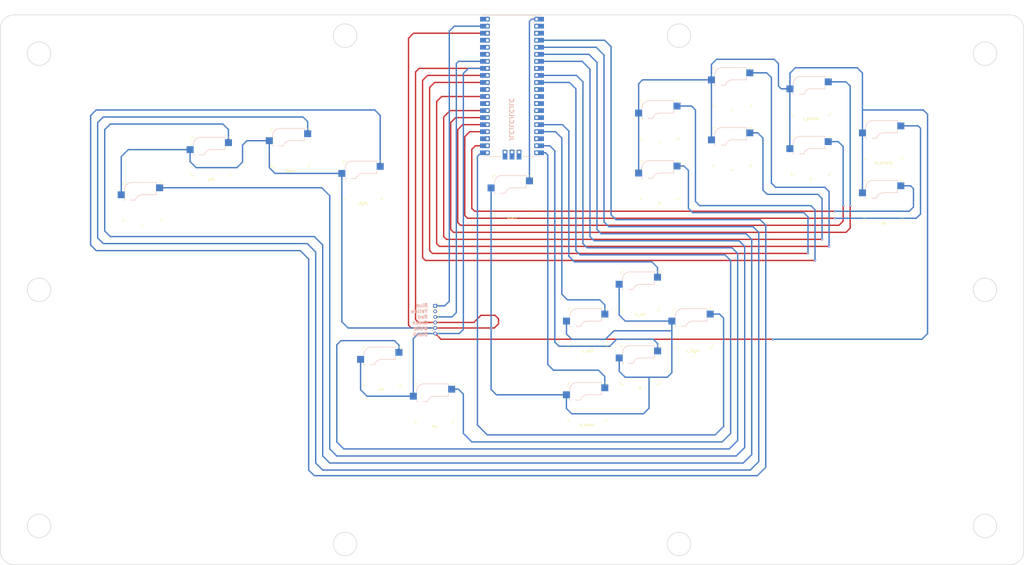
<source format=kicad_pcb>
(kicad_pcb (version 20221018) (generator pcbnew)
  (layers (0 "F.Cu" signal) (31 "B.Cu" signal) (34 "B.Paste" user) (35 "F.Paste" user) (36 "B.SilkS" user "B.Silkscreen") (37 "F.SilkS" user "F.Silkscreen") (38 "B.Mask" user) (39 "F.Mask" user) (44 "Edge.Cuts" user))
  (net 0 "")
  (net 1 "Net-(U1-GPIO0)")
  (net 2 "GND")
  (net 3 "Net-(U1-GPIO2)")
  (net 4 "Net-(U1-GPIO3)")
  (net 5 "Net-(U1-GPIO4)")
  (net 6 "Net-(U1-GPIO5)")
  (net 7 "Net-(U1-GPIO6)")
  (net 8 "Net-(U1-GPIO7)")
  (net 9 "Net-(U1-GPIO12)")
  (net 10 "Net-(U1-GPIO13)")
  (net 11 "Net-(U1-GPIO14)")
  (net 12 "Net-(U1-GPIO15)")
  (net 13 "Net-(U1-GPIO16)")
  (net 14 "Net-(U1-GPIO17)")
  (net 15 "Net-(U1-GPIO18)")
  (net 16 "Net-(U1-GPIO19)")
  (net 17 "Net-(U1-GPIO20)")
  (net 18 "Net-(U1-GPIO21)")
  (net 19 "Net-(U1-GPIO22)")
  (net 20 "Net-(U1-GPIO26_ADC0)")
  (net 21 "Net-(U1-GPIO27_ADC1)")
  (net 22 "Net-(J1-Pin_1)")
  (net 24 "Net-(J1-Pin_3)")
  (footprint "keyswitches:Kailh_socket_MX" (layer "F.Cu") (at 268.975 64.625)
    (fp_text reference "Button20" hide)
    (fp_text value "r")
  )
  (footprint "keyswitches:PinSocket_1x06_P2.00mm_Vertical" (layer "F.Cu") (at 187.96 131.7)
    (fp_text reference "J1" hide)
    (fp_text value "Conn_01x06_Socket")
  )
  (footprint "keyswitches:Kailh_socket_MX" (layer "F.Cu") (at 161.798 86.4108)
    (fp_text reference "Button2" hide)
    (fp_text value "right")
  )
  (footprint "keyswitches:Kailh_socket_MX" (layer "F.Cu") (at 323.596 77.47)
    (fp_text reference "Button15" hide)
    (fp_text value "z")
  )
  (footprint "keyswitches:Kailh_socket_MX" (layer "F.Cu") (at 168.5544 153.5684)
    (fp_text reference "Button6" hide)
    (fp_text value "mx")
  )
  (footprint "keyswitches:Kailh_socket_MX" (layer "F.Cu") (at 261.9756 153.0604)
    (fp_text reference "Button10" hide)
    (fp_text value "a")
  )
  (footprint "keyswitches:Kailh_socket_MX" (layer "F.Cu") (at 242.9256 139.7508)
    (fp_text reference "Button9" hide)
    (fp_text value "c_left")
  )
  (footprint "keyswitches:Kailh_socket_MX" (layer "F.Cu") (at 268.975 86.275)
    (fp_text reference "Button19" hide)
    (fp_text value "b")
  )
  (footprint "keyswitches:Kailh_socket_MX" (layer "F.Cu") (at 349.8088 93.4212)
    (fp_text reference "Button13" hide)
    (fp_text value "up")
  )
  (footprint "keyswitches:Kailh_socket_MX" (layer "F.Cu") (at 187.6044 166.878)
    (fp_text reference "Button7" hide)
    (fp_text value "my")
  )
  (footprint "keyswitches:Kailh_socket_MX" (layer "F.Cu") (at 323.6214 55.88)
    (fp_text reference "Button16" hide)
    (fp_text value "l_shield")
  )
  (footprint "keyswitches:Kailh_socket_MX" (layer "F.Cu") (at 261.9502 126.4412)
    (fp_text reference "Button8" hide)
    (fp_text value "c_up")
  )
  (footprint "keyswitches:Kailh_socket_MX" (layer "F.Cu") (at 349.8088 71.7804)
    (fp_text reference "Button14" hide)
    (fp_text value "m_shield")
  )
  (footprint "keyswitches:Kailh_socket_MX" (layer "F.Cu") (at 295.275 74.3)
    (fp_text reference "Button17" hide)
    (fp_text value "x")
  )
  (footprint "keyswitches:Kailh_socket_MX" (layer "F.Cu") (at 295.27 52.63)
    (fp_text reference "Button18" hide)
    (fp_text value "y")
  )
  (footprint "keyswitches:Kailh_socket_MX" (layer "F.Cu") (at 135.6 74.6)
    (fp_text reference "Button3" hide)
    (fp_text value "down")
  )
  (footprint "keyswitches:Kailh_socket_MX" (layer "F.Cu") (at 242.9002 166.37)
    (fp_text reference "Button11" hide)
    (fp_text value "c_down")
  )
  (footprint "keyswitches:Kailh_socket_MX" (layer "F.Cu") (at 106.9848 77.8256)
    (fp_text reference "Button4" hide)
    (fp_text value "left")
  )
  (footprint "keyswitches:Kailh_socket_MX" (layer "F.Cu") (at 215.6968 91.6432)
    (fp_text reference "Button1" hide)
    (fp_text value "start")
  )
  (footprint "keyswitches:Kailh_socket_MX" (layer "F.Cu") (at 82.1182 94.1324)
    (fp_text reference "Button5" hide)
    (fp_text value "l")
  )
  (footprint "keyswitches:Kailh_socket_MX" (layer "F.Cu") (at 280.9748 139.7508)
    (fp_text reference "Button12" hide)
    (fp_text value "c_right")
  )
  (footprint "MCU_RaspberryPi_and_Boards:RPi_Pico_SMD_TH" (layer "B.Cu") (at 215.69 52.2956 180)
    (fp_text reference "U1" hide)
    (fp_text value "Pico")
  )
  (gr_curve (pts (xy 151.801 31.847) (xy 151.396 32.483) (xy 151.144 33.292) (xy 151.147 34.112)) (stroke (width 0.2)) (layer "Edge.Cuts"))
  (gr_curve (pts (xy 272.39 215.447) (xy 271.985 216.083) (xy 271.733 216.892) (xy 271.736 217.712)) (stroke (width 0.2)) (layer "Edge.Cuts"))
  (gr_curve (pts (xy 49.121 125.912) (xy 49.122 125.301) (xy 48.985 124.6) (xy 48.631 123.93)) (stroke (width 0.2)) (layer "Edge.Cuts"))
  (gr_curve (pts (xy 272.39 31.847) (xy 271.985 32.483) (xy 271.733 33.292) (xy 271.736 34.112)) (stroke (width 0.2)) (layer "Edge.Cuts"))
  (gr_curve (pts (xy 388.637 207.532) (xy 387.929 207.119) (xy 387.102 206.933) (xy 386.349 206.965)) (stroke (width 0.2)) (layer "Edge.Cuts"))
  (gr_curve (pts (xy 34.029 26.966) (xy 33.413 27.209) (xy 32.822 27.59) (xy 32.335 28.079)) (stroke (width 0.2)) (layer "Edge.Cuts"))
  (gr_curve (pts (xy 388.637 214.893) (xy 389.349 214.486) (xy 389.923 213.863) (xy 390.272 213.194)) (stroke (width 0.2)) (layer "Edge.Cuts"))
  (gr_curve (pts (xy 48.631 123.93) (xy 48.282 123.262) (xy 47.708 122.639) (xy 46.996 122.232)) (stroke (width 0.2)) (layer "Edge.Cuts"))
  (gr_curve (pts (xy 155.234 29.865) (xy 154.477 29.894) (xy 153.801 30.125) (xy 153.272 30.432)) (stroke (width 0.2)) (layer "Edge.Cuts"))
  (gr_curve (pts (xy 151.801 219.977) (xy 152.204 220.619) (xy 152.742 221.088) (xy 153.272 221.393)) (stroke (width 0.2)) (layer "Edge.Cuts"))
  (gr_curve (pts (xy 41.275 38.347) (xy 40.87 38.983) (xy 40.618 39.792) (xy 40.621 40.612)) (stroke (width 0.2)) (layer "Edge.Cuts"))
  (gr_curve (pts (xy 48.631 209.23) (xy 48.282 208.562) (xy 47.708 207.939) (xy 46.996 207.532)) (stroke (width 0.2)) (layer "Edge.Cuts"))
  (gr_curve (pts (xy 44.708 44.859) (xy 45.461 44.892) (xy 46.288 44.706) (xy 46.996 44.293)) (stroke (width 0.2)) (layer "Edge.Cuts"))
  (gr_curve (pts (xy 384.387 207.532) (xy 383.857 207.836) (xy 383.319 208.306) (xy 382.916 208.947)) (stroke (width 0.2)) (layer "Edge.Cuts"))
  (gr_curve (pts (xy 390.272 127.894) (xy 390.626 127.224) (xy 390.763 126.523) (xy 390.762 125.912)) (stroke (width 0.2)) (layer "Edge.Cuts"))
  (gr_curve (pts (xy 382.262 125.912) (xy 382.259 126.732) (xy 382.511 127.541) (xy 382.916 128.177)) (stroke (width 0.2)) (layer "Edge.Cuts"))
  (gr_curve (pts (xy 40.621 40.612) (xy 40.618 41.432) (xy 40.87 42.241) (xy 41.275 42.877)) (stroke (width 0.2)) (layer "Edge.Cuts"))
  (gr_curve (pts (xy 386.349 215.459) (xy 387.102 215.492) (xy 387.929 215.306) (xy 388.637 214.893)) (stroke (width 0.2)) (layer "Edge.Cuts"))
  (gr_curve (pts (xy 153.272 37.793) (xy 153.801 38.099) (xy 154.477 38.33) (xy 155.234 38.359)) (stroke (width 0.2)) (layer "Edge.Cuts"))
  (gr_curve (pts (xy 390.272 38.63) (xy 389.923 37.962) (xy 389.349 37.339) (xy 388.637 36.932)) (stroke (width 0.2)) (layer "Edge.Cuts"))
  (gr_curve (pts (xy 34.029 224.858) (xy 34.644 225.102) (xy 35.28 225.21) (xy 35.868 225.209)) (stroke (width 0.2)) (layer "Edge.Cuts"))
  (gr_curve (pts (xy 384.387 214.893) (xy 384.916 215.199) (xy 385.591 215.43) (xy 386.349 215.459)) (stroke (width 0.2)) (layer "Edge.Cuts"))
  (gr_curve (pts (xy 382.916 38.347) (xy 382.511 38.983) (xy 382.259 39.792) (xy 382.262 40.612)) (stroke (width 0.2)) (layer "Edge.Cuts"))
  (gr_curve (pts (xy 271.736 34.112) (xy 271.733 34.932) (xy 271.985 35.741) (xy 272.39 36.377)) (stroke (width 0.2)) (layer "Edge.Cuts"))
  (gr_curve (pts (xy 35.871 26.612) (xy 395.512 26.612) (xy 395.512 26.612) (xy 395.512 26.612)) (stroke (width 0.2)) (layer "Edge.Cuts"))
  (gr_curve (pts (xy 159.157 32.13) (xy 158.808 31.462) (xy 158.234 30.839) (xy 157.522 30.432)) (stroke (width 0.2)) (layer "Edge.Cuts"))
  (gr_curve (pts (xy 32.335 223.745) (xy 32.822 224.234) (xy 33.413 224.616) (xy 34.029 224.858)) (stroke (width 0.2)) (layer "Edge.Cuts"))
  (gr_curve (pts (xy 390.762 125.912) (xy 390.763 125.301) (xy 390.626 124.6) (xy 390.272 123.93)) (stroke (width 0.2)) (layer "Edge.Cuts"))
  (gr_curve (pts (xy 49.121 40.612) (xy 49.122 40.001) (xy 48.985 39.3) (xy 48.631 38.63)) (stroke (width 0.2)) (layer "Edge.Cuts"))
  (gr_curve (pts (xy 390.272 123.93) (xy 389.923 123.262) (xy 389.349 122.639) (xy 388.637 122.232)) (stroke (width 0.2)) (layer "Edge.Cuts"))
  (gr_curve (pts (xy 384.387 44.293) (xy 384.916 44.599) (xy 385.591 44.83) (xy 386.349 44.859)) (stroke (width 0.2)) (layer "Edge.Cuts"))
  (gr_curve (pts (xy 30.871 31.612) (xy 30.871 220.212) (xy 30.871 220.212) (xy 30.871 220.212)) (stroke (width 0.2)) (layer "Edge.Cuts"))
  (gr_curve (pts (xy 275.823 213.465) (xy 275.065 213.494) (xy 274.39 213.725) (xy 273.861 214.032)) (stroke (width 0.2)) (layer "Edge.Cuts"))
  (gr_curve (pts (xy 384.387 36.932) (xy 383.857 37.236) (xy 383.319 37.706) (xy 382.916 38.347)) (stroke (width 0.2)) (layer "Edge.Cuts"))
  (gr_curve (pts (xy 46.996 44.293) (xy 47.708 43.886) (xy 48.282 43.263) (xy 48.631 42.594)) (stroke (width 0.2)) (layer "Edge.Cuts"))
  (gr_curve (pts (xy 31.222 222.051) (xy 31.464 222.667) (xy 31.846 223.258) (xy 32.335 223.745)) (stroke (width 0.2)) (layer "Edge.Cuts"))
  (gr_curve (pts (xy 48.631 127.894) (xy 48.985 127.224) (xy 49.122 126.523) (xy 49.121 125.912)) (stroke (width 0.2)) (layer "Edge.Cuts"))
  (gr_curve (pts (xy 273.861 37.793) (xy 274.39 38.099) (xy 275.065 38.33) (xy 275.823 38.359)) (stroke (width 0.2)) (layer "Edge.Cuts"))
  (gr_curve (pts (xy 400.158 222.051) (xy 400.402 221.436) (xy 400.51 220.8) (xy 400.509 220.212)) (stroke (width 0.2)) (layer "Edge.Cuts"))
  (gr_curve (pts (xy 278.111 221.393) (xy 278.823 220.986) (xy 279.397 220.363) (xy 279.746 219.694)) (stroke (width 0.2)) (layer "Edge.Cuts"))
  (gr_curve (pts (xy 41.275 42.877) (xy 41.678 43.519) (xy 42.216 43.988) (xy 42.746 44.293)) (stroke (width 0.2)) (layer "Edge.Cuts"))
  (gr_curve (pts (xy 40.621 125.912) (xy 40.618 126.732) (xy 40.87 127.541) (xy 41.275 128.177)) (stroke (width 0.2)) (layer "Edge.Cuts"))
  (gr_curve (pts (xy 279.746 36.094) (xy 280.1 35.424) (xy 280.237 34.723) (xy 280.236 34.112)) (stroke (width 0.2)) (layer "Edge.Cuts"))
  (gr_curve (pts (xy 382.916 42.877) (xy 383.319 43.519) (xy 383.857 43.988) (xy 384.387 44.293)) (stroke (width 0.2)) (layer "Edge.Cuts"))
  (gr_curve (pts (xy 400.512 31.612) (xy 400.512 220.212) (xy 400.512 220.212) (xy 400.512 220.212)) (stroke (width 0.2)) (layer "Edge.Cuts"))
  (gr_curve (pts (xy 386.349 121.665) (xy 385.591 121.694) (xy 384.916 121.925) (xy 384.387 122.232)) (stroke (width 0.2)) (layer "Edge.Cuts"))
  (gr_curve (pts (xy 384.387 129.593) (xy 384.916 129.899) (xy 385.591 130.13) (xy 386.349 130.159)) (stroke (width 0.2)) (layer "Edge.Cuts"))
  (gr_curve (pts (xy 155.234 213.465) (xy 154.477 213.494) (xy 153.801 213.725) (xy 153.272 214.032)) (stroke (width 0.2)) (layer "Edge.Cuts"))
  (gr_curve (pts (xy 278.111 30.432) (xy 277.403 30.019) (xy 276.576 29.833) (xy 275.823 29.865)) (stroke (width 0.2)) (layer "Edge.Cuts"))
  (gr_curve (pts (xy 388.637 36.932) (xy 387.929 36.519) (xy 387.102 36.333) (xy 386.349 36.365)) (stroke (width 0.2)) (layer "Edge.Cuts"))
  (gr_curve (pts (xy 386.349 44.859) (xy 387.102 44.892) (xy 387.929 44.706) (xy 388.637 44.293)) (stroke (width 0.2)) (layer "Edge.Cuts"))
  (gr_curve (pts (xy 399.045 223.745) (xy 399.534 223.258) (xy 399.916 222.667) (xy 400.158 222.051)) (stroke (width 0.2)) (layer "Edge.Cuts"))
  (gr_curve (pts (xy 44.708 206.965) (xy 43.951 206.994) (xy 43.275 207.225) (xy 42.746 207.532)) (stroke (width 0.2)) (layer "Edge.Cuts"))
  (gr_curve (pts (xy 151.147 34.112) (xy 151.144 34.932) (xy 151.396 35.741) (xy 151.801 36.377)) (stroke (width 0.2)) (layer "Edge.Cuts"))
  (gr_curve (pts (xy 390.762 211.212) (xy 390.763 210.601) (xy 390.626 209.9) (xy 390.272 209.23)) (stroke (width 0.2)) (layer "Edge.Cuts"))
  (gr_curve (pts (xy 35.871 225.212) (xy 395.512 225.212) (xy 395.512 225.212) (xy 395.512 225.212)) (stroke (width 0.2)) (layer "Edge.Cuts"))
  (gr_curve (pts (xy 386.349 130.159) (xy 387.102 130.192) (xy 387.929 130.006) (xy 388.637 129.593)) (stroke (width 0.2)) (layer "Edge.Cuts"))
  (gr_curve (pts (xy 42.746 44.293) (xy 43.275 44.599) (xy 43.951 44.83) (xy 44.708 44.859)) (stroke (width 0.2)) (layer "Edge.Cuts"))
  (gr_curve (pts (xy 275.823 221.959) (xy 276.576 221.992) (xy 277.403 221.806) (xy 278.111 221.393)) (stroke (width 0.2)) (layer "Edge.Cuts"))
  (gr_curve (pts (xy 159.647 217.712) (xy 159.648 217.101) (xy 159.511 216.4) (xy 159.157 215.73)) (stroke (width 0.2)) (layer "Edge.Cuts"))
  (gr_curve (pts (xy 397.355 26.966) (xy 396.739 26.722) (xy 396.104 26.615) (xy 395.515 26.615)) (stroke (width 0.2)) (layer "Edge.Cuts"))
  (gr_curve (pts (xy 41.275 128.177) (xy 41.678 128.819) (xy 42.216 129.288) (xy 42.746 129.593)) (stroke (width 0.2)) (layer "Edge.Cuts"))
  (gr_curve (pts (xy 44.708 36.365) (xy 43.951 36.394) (xy 43.275 36.625) (xy 42.746 36.932)) (stroke (width 0.2)) (layer "Edge.Cuts"))
  (gr_curve (pts (xy 41.275 208.947) (xy 40.87 209.583) (xy 40.618 210.392) (xy 40.621 211.212)) (stroke (width 0.2)) (layer "Edge.Cuts"))
  (gr_curve (pts (xy 279.746 32.13) (xy 279.397 31.462) (xy 278.823 30.839) (xy 278.111 30.432)) (stroke (width 0.2)) (layer "Edge.Cuts"))
  (gr_curve (pts (xy 153.272 214.032) (xy 152.742 214.336) (xy 152.204 214.806) (xy 151.801 215.447)) (stroke (width 0.2)) (layer "Edge.Cuts"))
  (gr_curve (pts (xy 382.262 40.612) (xy 382.259 41.432) (xy 382.511 42.241) (xy 382.916 42.877)) (stroke (width 0.2)) (layer "Edge.Cuts"))
  (gr_curve (pts (xy 278.111 37.793) (xy 278.823 37.386) (xy 279.397 36.763) (xy 279.746 36.094)) (stroke (width 0.2)) (layer "Edge.Cuts"))
  (gr_curve (pts (xy 390.272 213.194) (xy 390.626 212.524) (xy 390.763 211.823) (xy 390.762 211.212)) (stroke (width 0.2)) (layer "Edge.Cuts"))
  (gr_curve (pts (xy 390.272 42.594) (xy 390.626 41.924) (xy 390.763 41.223) (xy 390.762 40.612)) (stroke (width 0.2)) (layer "Edge.Cuts"))
  (gr_curve (pts (xy 159.157 36.094) (xy 159.511 35.424) (xy 159.648 34.723) (xy 159.647 34.112)) (stroke (width 0.2)) (layer "Edge.Cuts"))
  (gr_curve (pts (xy 151.801 215.447) (xy 151.396 216.083) (xy 151.144 216.892) (xy 151.147 217.712)) (stroke (width 0.2)) (layer "Edge.Cuts"))
  (gr_curve (pts (xy 397.351 224.858) (xy 397.967 224.616) (xy 398.558 224.234) (xy 399.045 223.745)) (stroke (width 0.2)) (layer "Edge.Cuts"))
  (gr_curve (pts (xy 155.234 221.959) (xy 155.987 221.992) (xy 156.814 221.806) (xy 157.522 221.393)) (stroke (width 0.2)) (layer "Edge.Cuts"))
  (gr_curve (pts (xy 151.801 36.377) (xy 152.204 37.019) (xy 152.742 37.488) (xy 153.272 37.793)) (stroke (width 0.2)) (layer "Edge.Cuts"))
  (gr_curve (pts (xy 42.746 36.932) (xy 42.216 37.236) (xy 41.678 37.706) (xy 41.275 38.347)) (stroke (width 0.2)) (layer "Edge.Cuts"))
  (gr_curve (pts (xy 46.996 36.932) (xy 46.288 36.519) (xy 45.461 36.333) (xy 44.708 36.365)) (stroke (width 0.2)) (layer "Edge.Cuts"))
  (gr_curve (pts (xy 271.736 217.712) (xy 271.733 218.532) (xy 271.985 219.341) (xy 272.39 219.977)) (stroke (width 0.2)) (layer "Edge.Cuts"))
  (gr_curve (pts (xy 48.631 42.594) (xy 48.985 41.924) (xy 49.122 41.223) (xy 49.121 40.612)) (stroke (width 0.2)) (layer "Edge.Cuts"))
  (gr_curve (pts (xy 46.996 129.593) (xy 47.708 129.186) (xy 48.282 128.563) (xy 48.631 127.894)) (stroke (width 0.2)) (layer "Edge.Cuts"))
  (gr_curve (pts (xy 280.236 217.712) (xy 280.237 217.101) (xy 280.1 216.4) (xy 279.746 215.73)) (stroke (width 0.2)) (layer "Edge.Cuts"))
  (gr_curve (pts (xy 400.161 29.773) (xy 399.919 29.158) (xy 399.538 28.566) (xy 399.049 28.079)) (stroke (width 0.2)) (layer "Edge.Cuts"))
  (gr_curve (pts (xy 32.335 28.079) (xy 31.846 28.566) (xy 31.464 29.158) (xy 31.222 29.773)) (stroke (width 0.2)) (layer "Edge.Cuts"))
  (gr_curve (pts (xy 151.147 217.712) (xy 151.144 218.532) (xy 151.396 219.341) (xy 151.801 219.977)) (stroke (width 0.2)) (layer "Edge.Cuts"))
  (gr_curve (pts (xy 159.157 219.694) (xy 159.511 219.024) (xy 159.648 218.323) (xy 159.647 217.712)) (stroke (width 0.2)) (layer "Edge.Cuts"))
  (gr_curve (pts (xy 157.522 214.032) (xy 156.814 213.619) (xy 155.987 213.433) (xy 155.234 213.465)) (stroke (width 0.2)) (layer "Edge.Cuts"))
  (gr_curve (pts (xy 159.647 34.112) (xy 159.648 33.501) (xy 159.511 32.8) (xy 159.157 32.13)) (stroke (width 0.2)) (layer "Edge.Cuts"))
  (gr_curve (pts (xy 278.111 214.032) (xy 277.403 213.619) (xy 276.576 213.433) (xy 275.823 213.465)) (stroke (width 0.2)) (layer "Edge.Cuts"))
  (gr_curve (pts (xy 44.708 121.665) (xy 43.951 121.694) (xy 43.275 121.925) (xy 42.746 122.232)) (stroke (width 0.2)) (layer "Edge.Cuts"))
  (gr_curve (pts (xy 46.996 122.232) (xy 46.288 121.819) (xy 45.461 121.633) (xy 44.708 121.665)) (stroke (width 0.2)) (layer "Edge.Cuts"))
  (gr_curve (pts (xy 157.522 30.432) (xy 156.814 30.019) (xy 155.987 29.833) (xy 155.234 29.865)) (stroke (width 0.2)) (layer "Edge.Cuts"))
  (gr_curve (pts (xy 42.746 122.232) (xy 42.216 122.536) (xy 41.678 123.006) (xy 41.275 123.647)) (stroke (width 0.2)) (layer "Edge.Cuts"))
  (gr_curve (pts (xy 382.262 211.212) (xy 382.259 212.032) (xy 382.511 212.841) (xy 382.916 213.477)) (stroke (width 0.2)) (layer "Edge.Cuts"))
  (gr_curve (pts (xy 382.916 128.177) (xy 383.319 128.819) (xy 383.857 129.288) (xy 384.387 129.593)) (stroke (width 0.2)) (layer "Edge.Cuts"))
  (gr_curve (pts (xy 275.823 38.359) (xy 276.576 38.392) (xy 277.403 38.206) (xy 278.111 37.793)) (stroke (width 0.2)) (layer "Edge.Cuts"))
  (gr_curve (pts (xy 30.871 220.212) (xy 30.87 220.8) (xy 30.978 221.436) (xy 31.222 222.051)) (stroke (width 0.2)) (layer "Edge.Cuts"))
  (gr_curve (pts (xy 388.637 122.232) (xy 387.929 121.819) (xy 387.102 121.633) (xy 386.349 121.665)) (stroke (width 0.2)) (layer "Edge.Cuts"))
  (gr_curve (pts (xy 42.746 129.593) (xy 43.275 129.899) (xy 43.951 130.13) (xy 44.708 130.159)) (stroke (width 0.2)) (layer "Edge.Cuts"))
  (gr_curve (pts (xy 279.746 215.73) (xy 279.397 215.062) (xy 278.823 214.439) (xy 278.111 214.032)) (stroke (width 0.2)) (layer "Edge.Cuts"))
  (gr_curve (pts (xy 399.049 28.079) (xy 398.561 27.59) (xy 397.97 27.209) (xy 397.355 26.966)) (stroke (width 0.2)) (layer "Edge.Cuts"))
  (gr_curve (pts (xy 382.916 208.947) (xy 382.511 209.583) (xy 382.259 210.392) (xy 382.262 211.212)) (stroke (width 0.2)) (layer "Edge.Cuts"))
  (gr_curve (pts (xy 273.861 221.393) (xy 274.39 221.699) (xy 275.065 221.93) (xy 275.823 221.959)) (stroke (width 0.2)) (layer "Edge.Cuts"))
  (gr_curve (pts (xy 41.275 213.477) (xy 41.678 214.119) (xy 42.216 214.588) (xy 42.746 214.893)) (stroke (width 0.2)) (layer "Edge.Cuts"))
  (gr_curve (pts (xy 46.996 214.893) (xy 47.708 214.486) (xy 48.282 213.863) (xy 48.631 213.194)) (stroke (width 0.2)) (layer "Edge.Cuts"))
  (gr_curve (pts (xy 157.522 37.793) (xy 158.234 37.386) (xy 158.808 36.763) (xy 159.157 36.094)) (stroke (width 0.2)) (layer "Edge.Cuts"))
  (gr_curve (pts (xy 390.762 40.612) (xy 390.763 40.001) (xy 390.626 39.3) (xy 390.272 38.63)) (stroke (width 0.2)) (layer "Edge.Cuts"))
  (gr_curve (pts (xy 386.349 206.965) (xy 385.591 206.994) (xy 384.916 207.225) (xy 384.387 207.532)) (stroke (width 0.2)) (layer "Edge.Cuts"))
  (gr_curve (pts (xy 400.512 31.612) (xy 400.513 31.024) (xy 400.406 30.389) (xy 400.161 29.773)) (stroke (width 0.2)) (layer "Edge.Cuts"))
  (gr_curve (pts (xy 35.868 26.615) (xy 35.28 26.615) (xy 34.644 26.722) (xy 34.029 26.966)) (stroke (width 0.2)) (layer "Edge.Cuts"))
  (gr_curve (pts (xy 390.272 209.23) (xy 389.923 208.562) (xy 389.349 207.939) (xy 388.637 207.532)) (stroke (width 0.2)) (layer "Edge.Cuts"))
  (gr_curve (pts (xy 275.823 29.865) (xy 275.065 29.894) (xy 274.39 30.125) (xy 273.861 30.432)) (stroke (width 0.2)) (layer "Edge.Cuts"))
  (gr_curve (pts (xy 272.39 36.377) (xy 272.793 37.019) (xy 273.331 37.488) (xy 273.861 37.793)) (stroke (width 0.2)) (layer "Edge.Cuts"))
  (gr_curve (pts (xy 48.631 213.194) (xy 48.985 212.524) (xy 49.122 211.823) (xy 49.121 211.212)) (stroke (width 0.2)) (layer "Edge.Cuts"))
  (gr_curve (pts (xy 273.861 214.032) (xy 273.331 214.336) (xy 272.793 214.806) (xy 272.39 215.447)) (stroke (width 0.2)) (layer "Edge.Cuts"))
  (gr_curve (pts (xy 382.916 213.477) (xy 383.319 214.119) (xy 383.857 214.588) (xy 384.387 214.893)) (stroke (width 0.2)) (layer "Edge.Cuts"))
  (gr_curve (pts (xy 388.637 129.593) (xy 389.349 129.186) (xy 389.923 128.563) (xy 390.272 127.894)) (stroke (width 0.2)) (layer "Edge.Cuts"))
  (gr_curve (pts (xy 42.746 207.532) (xy 42.216 207.836) (xy 41.678 208.306) (xy 41.275 208.947)) (stroke (width 0.2)) (layer "Edge.Cuts"))
  (gr_curve (pts (xy 395.512 225.209) (xy 396.1 225.21) (xy 396.736 225.102) (xy 397.351 224.858)) (stroke (width 0.2)) (layer "Edge.Cuts"))
  (gr_curve (pts (xy 388.637 44.293) (xy 389.349 43.886) (xy 389.923 43.263) (xy 390.272 42.594)) (stroke (width 0.2)) (layer "Edge.Cuts"))
  (gr_curve (pts (xy 159.157 215.73) (xy 158.808 215.062) (xy 158.234 214.439) (xy 157.522 214.032)) (stroke (width 0.2)) (layer "Edge.Cuts"))
  (gr_curve (pts (xy 155.234 38.359) (xy 155.987 38.392) (xy 156.814 38.206) (xy 157.522 37.793)) (stroke (width 0.2)) (layer "Edge.Cuts"))
  (gr_curve (pts (xy 42.746 214.893) (xy 43.275 215.199) (xy 43.951 215.43) (xy 44.708 215.459)) (stroke (width 0.2)) (layer "Edge.Cuts"))
  (gr_curve (pts (xy 44.708 215.459) (xy 45.461 215.492) (xy 46.288 215.306) (xy 46.996 214.893)) (stroke (width 0.2)) (layer "Edge.Cuts"))
  (gr_curve (pts (xy 44.708 130.159) (xy 45.461 130.192) (xy 46.288 130.006) (xy 46.996 129.593)) (stroke (width 0.2)) (layer "Edge.Cuts"))
  (gr_curve (pts (xy 272.39 219.977) (xy 272.793 220.619) (xy 273.331 221.088) (xy 273.861 221.393)) (stroke (width 0.2)) (layer "Edge.Cuts"))
  (gr_curve (pts (xy 279.746 219.694) (xy 280.1 219.024) (xy 280.237 218.323) (xy 280.236 217.712)) (stroke (width 0.2)) (layer "Edge.Cuts"))
  (gr_curve (pts (xy 40.621 211.212) (xy 40.618 212.032) (xy 40.87 212.841) (xy 41.275 213.477)) (stroke (width 0.2)) (layer "Edge.Cuts"))
  (gr_curve (pts (xy 41.275 123.647) (xy 40.87 124.283) (xy 40.618 125.092) (xy 40.621 125.912)) (stroke (width 0.2)) (layer "Edge.Cuts"))
  (gr_curve (pts (xy 153.272 221.393) (xy 153.801 221.699) (xy 154.477 221.93) (xy 155.234 221.959)) (stroke (width 0.2)) (layer "Edge.Cuts"))
  (gr_curve (pts (xy 48.631 38.63) (xy 48.282 37.962) (xy 47.708 37.339) (xy 46.996 36.932)) (stroke (width 0.2)) (layer "Edge.Cuts"))
  (gr_curve (pts (xy 31.222 29.773) (xy 30.978 30.389) (xy 30.87 31.024) (xy 30.871 31.612)) (stroke (width 0.2)) (layer "Edge.Cuts"))
  (gr_curve (pts (xy 386.349 36.365) (xy 385.591 36.394) (xy 384.916 36.625) (xy 384.387 36.932)) (stroke (width 0.2)) (layer "Edge.Cuts"))
  (gr_curve (pts (xy 46.996 207.532) (xy 46.288 207.119) (xy 45.461 206.933) (xy 44.708 206.965)) (stroke (width 0.2)) (layer "Edge.Cuts"))
  (gr_curve (pts (xy 384.387 122.232) (xy 383.857 122.536) (xy 383.319 123.006) (xy 382.916 123.647)) (stroke (width 0.2)) (layer "Edge.Cuts"))
  (gr_curve (pts (xy 153.272 30.432) (xy 152.742 30.736) (xy 152.204 31.206) (xy 151.801 31.847)) (stroke (width 0.2)) (layer "Edge.Cuts"))
  (gr_curve (pts (xy 273.861 30.432) (xy 273.331 30.736) (xy 272.793 31.206) (xy 272.39 31.847)) (stroke (width 0.2)) (layer "Edge.Cuts"))
  (gr_curve (pts (xy 157.522 221.393) (xy 158.234 220.986) (xy 158.808 220.363) (xy 159.157 219.694)) (stroke (width 0.2)) (layer "Edge.Cuts"))
  (gr_curve (pts (xy 382.916 123.647) (xy 382.511 124.283) (xy 382.259 125.092) (xy 382.262 125.912)) (stroke (width 0.2)) (layer "Edge.Cuts"))
  (gr_curve (pts (xy 280.236 34.112) (xy 280.237 33.501) (xy 280.1 32.8) (xy 279.746 32.13)) (stroke (width 0.2)) (layer "Edge.Cuts"))
  (gr_curve (pts (xy 49.121 211.212) (xy 49.122 210.601) (xy 48.985 209.9) (xy 48.631 209.23)) (stroke (width 0.2)) (layer "Edge.Cuts"))
  (gr_text "JLCJLCJLCJLC" (at 214.63 72.39 270) (layer "B.SilkS") (effects (font (size 1.5 1.5) (thickness 0.3) bold) (justify left bottom mirror)))
  (gr_text "Blue\nYellow\nRed\nGreen\nWhite\nBlack" (at 185.42 142.748) (layer "B.SilkS") (effects (font (size 1.3 1.3) (thickness 0.3) bold) (justify left bottom mirror)))
  (segment (start 221.9868 86.5632) (end 221.9868 28.9652) (width 0.5) (layer "B.Cu") (net 1))
  (segment (start 224.58 28.1656) (end 222.7864 28.1656) (width 0.5) (layer "B.Cu") (net 1))
  (segment (start 222.7864 28.1656) (end 221.9868 28.9652) (width 0.5) (layer "B.Cu") (net 1))
  (segment (start 180.1144 33.2456) (end 178.308 35.052) (width 0.5) (layer "F.Cu") (net 2))
  (segment (start 209.55 135.128) (end 204.47 135.128) (width 0.5) (layer "F.Cu") (net 2))
  (segment (start 210.82 136.398) (end 209.55 135.128) (width 0.5) (layer "F.Cu") (net 2))
  (segment (start 180.848 136.652) (end 180.848 47.244) (width 0.5) (layer "F.Cu") (net 2))
  (segment (start 190.024 143.764) (end 190.5 143.764) (width 0.5) (layer "F.Cu") (net 2))
  (segment (start 178.308 138.684) (end 178.308 35.052) (width 0.5) (layer "F.Cu") (net 2))
  (segment (start 208.1368 139.7) (end 209.296 139.7) (width 0.5) (layer "F.Cu") (net 2))
  (segment (start 187.96 139.7) (end 208.1368 139.7) (width 0.5) (layer "F.Cu") (net 2))
  (segment (start 181.896 137.7) (end 180.848 136.652) (width 0.5) (layer "F.Cu") (net 2))
  (segment (start 187.96 139.7) (end 179.324 139.7) (width 0.5) (layer "F.Cu") (net 2))
  (segment (start 187.96 137.7) (end 181.896 137.7) (width 0.5) (layer "F.Cu") (net 2))
  (segment (start 187.96 141.7) (end 190.024 143.764) (width 0.5) (layer "F.Cu") (net 2))
  (segment (start 206.8 33.2456) (end 180.1144 33.2456) (width 0.5) (layer "F.Cu") (net 2))
  (segment (start 210.82 138.176) (end 210.82 136.398) (width 0.5) (layer "F.Cu") (net 2))
  (segment (start 201.898 137.7) (end 187.96 137.7) (width 0.5) (layer "F.Cu") (net 2))
  (segment (start 206.8 45.9456) (end 182.1464 45.9456) (width 0.5) (layer "F.Cu") (net 2))
  (segment (start 179.324 139.7) (end 178.308 138.684) (width 0.5) (layer "F.Cu") (net 2))
  (segment (start 204.47 135.128) (end 201.898 137.7) (width 0.5) (layer "F.Cu") (net 2))
  (segment (start 182.1464 45.9456) (end 180.848 47.244) (width 0.5) (layer "F.Cu") (net 2))
  (segment (start 209.296 139.7) (end 210.82 138.176) (width 0.5) (layer "F.Cu") (net 2))
  (segment (start 190.5 143.764) (end 309.88 143.764) (width 0.5) (layer "F.Cu") (net 2))
  (via (at 309.88 143.764) (size 0.8) (drill 0.4) (layers "F.Cu" "B.Cu") (net 2))
  (via (at 208.1368 139.7) (size 0.8) (drill 0.4) (layers "F.Cu" "B.Cu") (net 2))
  (segment (start 180.0444 143.5516) (end 181.896 141.7) (width 0.5) (layer "B.Cu") (net 2))
  (segment (start 265.176 157.48) (end 271.78 157.48) (width 0.5) (layer "B.Cu") (net 2))
  (segment (start 208.1368 161.9088) (end 210.058 163.83) (width 0.5) (layer "B.Cu") (net 2))
  (segment (start 210.058 163.83) (end 235.3402 163.83) (width 0.5) (layer "B.Cu") (net 2))
  (segment (start 273.4148 137.2108) (end 256.5908 137.2108) (width 0.5) (layer "B.Cu") (net 2))
  (segment (start 198.12 47.752) (end 199.9264 45.9456) (width 0.5) (layer "B.Cu") (net 2))
  (segment (start 273.4148 155.8452) (end 273.4148 140.716) (width 0.5) (layer "B.Cu") (net 2))
  (segment (start 311.912 52.324) (end 312.928 53.34) (width 0.5) (layer "B.Cu") (net 2))
  (segment (start 312.928 53.34) (end 316.0614 53.34) (width 0.5) (layer "B.Cu") (net 2))
  (segment (start 235.3656 137.2108) (end 235.3656 141.8936) (width 0.5) (layer "B.Cu") (net 2))
  (segment (start 316.0614 47.6666) (end 316.0614 53.34) (width 0.5) (layer "B.Cu") (net 2))
  (segment (start 154.238 137.474) (end 156.464 139.7) (width 0.5) (layer "B.Cu") (net 2))
  (segment (start 118.364 73.66) (end 119.964 72.06) (width 0.5) (layer "B.Cu") (net 2))
  (segment (start 196.628 141.7) (end 198.12 140.208) (width 0.5) (layer "B.Cu") (net 2))
  (segment (start 198.12 140.208) (end 198.12 47.752) (width 0.5) (layer "B.Cu") (net 2))
  (segment (start 262.838 50.09) (end 287.71 50.09) (width 0.5) (layer "B.Cu") (net 2))
  (segment (start 74.5582 77.8418) (end 77.1144 75.2856) (width 0.5) (layer "B.Cu") (net 2))
  (segment (start 364.236 60.96) (end 342.2488 60.96) (width 0.5) (layer "B.Cu") (net 2))
  (segment (start 342.2488 47.6088) (end 340.36 45.72) (width 0.5) (layer "B.Cu") (net 2))
  (segment (start 208.1368 139.7) (end 208.1368 161.9088) (width 0.5) (layer "B.Cu") (net 2))
  (segment (start 128.04 72.06) (end 128.04 81.812) (width 0.5) (layer "B.Cu") (net 2))
  (segment (start 363.728 143.764) (end 365.76 141.732) (width 0.5) (layer "B.Cu") (net 2))
  (segment (start 311.912 44.196) (end 311.912 52.324) (width 0.5) (layer "B.Cu") (net 2))
  (segment (start 261.415 83.735) (end 261.415 62.085) (width 0.5) (layer "B.Cu") (net 2))
  (segment (start 99.4248 75.2856) (end 99.4248 79.6128) (width 0.5) (layer "B.Cu") (net 2))
  (segment (start 154.238 83.8708) (end 154.238 137.474) (width 0.5) (layer "B.Cu") (net 2))
  (segment (start 309.88 143.764) (end 363.728 143.764) (width 0.5) (layer "B.Cu") (net 2))
  (segment (start 237.236 170.688) (end 263.144 170.688) (width 0.5) (layer "B.Cu") (net 2))
  (segment (start 316.036 53.3654) (end 316.0614 53.34) (width 0.5) (layer "B.Cu") (net 2))
  (segment (start 163.322 164.338) (end 180.0444 164.338) (width 0.5) (layer "B.Cu") (net 2))
  (segment (start 252.476 140.716) (end 273.4148 140.716) (width 0.5) (layer "B.Cu") (net 2))
  (segment (start 261.415 51.513) (end 262.838 50.09) (width 0.5) (layer "B.Cu") (net 2))
  (segment (start 160.9944 151.0284) (end 160.9944 162.0104) (width 0.5) (layer "B.Cu") (net 2))
  (segment (start 128.04 81.812) (end 130.0988 83.8708) (width 0.5) (layer "B.Cu") (net 2))
  (segment (start 74.5582 91.5924) (end 74.5582 77.8418) (width 0.5) (layer "B.Cu") (net 2))
  (segment (start 187.96 141.7) (end 196.628 141.7) (width 0.5) (layer "B.Cu") (net 2))
  (segment (start 287.71 44.522) (end 289.56 42.672) (width 0.5) (layer "B.Cu") (net 2))
  (segment (start 199.9264 45.9456) (end 206.8 45.9456) (width 0.5) (layer "B.Cu") (net 2))
  (segment (start 235.3402 168.7922) (end 237.236 170.688) (width 0.5) (layer "B.Cu") (net 2))
  (segment (start 263.144 170.688) (end 265.176 168.656) (width 0.5) (layer "B.Cu") (net 2))
  (segment (start 287.715 71.76) (end 287.715 50.095) (width 0.5) (layer "B.Cu") (net 2))
  (segment (start 287.71 50.09) (end 287.71 44.522) (width 0.5) (layer "B.Cu") (net 2))
  (segment (start 273.4148 155.8452) (end 271.78 157.48) (width 0.5) (layer "B.Cu") (net 2))
  (segment (start 156.464 139.7) (end 187.96 139.7) (width 0.5) (layer "B.Cu") (net 2))
  (segment (start 235.3402 163.83) (end 235.3402 168.7922) (width 0.5) (layer "B.Cu") (net 2))
  (segment (start 318.008 45.72) (end 316.0614 47.6666) (width 0.5) (layer "B.Cu") (net 2))
  (segment (start 256.54 157.48) (end 265.176 157.48) (width 0.5) (layer "B.Cu") (net 2))
  (segment (start 160.9944 162.0104) (end 163.322 164.338) (width 0.5) (layer "B.Cu") (net 2))
  (segment (start 342.2488 69.2404) (end 342.2488 47.6088) (width 0.5) (layer "B.Cu") (net 2))
  (segment (start 287.715 50.095) (end 287.71 50.09) (width 0.5) (layer "B.Cu") (net 2))
  (segment (start 256.5908 137.2108) (end 254.3902 135.0102) (width 0.5) (layer "B.Cu") (net 2))
  (segment (start 340.36 45.72) (end 318.008 45.72) (width 0.5) (layer "B.Cu") (net 2))
  (segment (start 254.4156 155.3556) (end 256.54 157.48) (width 0.5) (layer "B.Cu") (net 2))
  (segment (start 261.415 62.085) (end 261.415 51.513) (width 0.5) (layer "B.Cu") (net 2))
  (segment (start 254.4156 150.5204) (end 254.4156 155.3556) (width 0.5) (layer "B.Cu") (net 2))
  (segment (start 265.176 168.656) (end 265.176 157.48) (width 0.5) (layer "B.Cu") (net 2))
  (segment (start 365.76 141.732) (end 365.76 62.484) (width 0.5) (layer "B.Cu") (net 2))
  (segment (start 181.896 141.7) (end 187.96 141.7) (width 0.5) (layer "B.Cu") (net 2))
  (segment (start 273.4148 137.2108) (end 273.4148 140.716) (width 0.5) (layer "B.Cu") (net 2))
  (segment (start 116.332 81.788) (end 118.364 79.756) (width 0.5) (layer "B.Cu") (net 2))
  (segment (start 365.76 62.484) (end 364.236 60.96) (width 0.5) (layer "B.Cu") (net 2))
  (segment (start 118.364 79.756) (end 118.364 73.66) (width 0.5) (layer "B.Cu") (net 2))
  (segment (start 130.0988 83.8708) (end 154.238 83.8708) (width 0.5) (layer "B.Cu") (net 2))
  (segment (start 208.1368 89.1032) (end 208.1368 139.7) (width 0.5) (layer "B.Cu") (net 2))
  (segment (start 316.036 74.93) (end 316.036 53.3654) (width 0.5) (layer "B.Cu") (net 2))
  (segment (start 180.0444 164.338) (end 180.0444 143.5516) (width 0.5) (layer "B.Cu") (net 2))
  (segment (start 342.2488 90.8812) (end 342.2488 69.2404) (width 0.5) (layer "B.Cu") (net 2))
  (segment (start 249.428 143.764) (end 252.476 140.716) (width 0.5) (layer "B.Cu") (net 2))
  (segment (start 119.964 72.06) (end 128.04 72.06) (width 0.5) (layer "B.Cu") (net 2))
  (segment (start 237.236 143.764) (end 249.428 143.764) (width 0.5) (layer "B.Cu") (net 2))
  (segment (start 310.388 42.672) (end 311.912 44.196) (width 0.5) (layer "B.Cu") (net 2))
  (segment (start 77.1144 75.2856) (end 99.4248 75.2856) (width 0.5) (layer "B.Cu") (net 2))
  (segment (start 99.4248 79.6128) (end 101.6 81.788) (width 0.5) (layer "B.Cu") (net 2))
  (segment (start 235.3656 141.8936) (end 237.236 143.764) (width 0.5) (layer "B.Cu") (net 2))
  (segment (start 254.3902 135.0102) (end 254.3902 123.9012) (width 0.5) (layer "B.Cu") (net 2))
  (segment (start 101.6 81.788) (end 116.332 81.788) (width 0.5) (layer "B.Cu") (net 2))
  (segment (start 289.56 42.672) (end 310.388 42.672) (width 0.5) (layer "B.Cu") (net 2))
  (segment (start 166.116 60.96) (end 65.532 60.96) (width 0.5) (layer "B.Cu") (net 3))
  (segment (start 249.1456 35.7856) (end 251.46 38.1) (width 0.5) (layer "B.Cu") (net 3))
  (segment (start 307.34 189.992) (end 307.34 102.616) (width 0.5) (layer "B.Cu") (net 3))
  (segment (start 63.5 109.728) (end 65.532 111.76) (width 0.5) (layer "B.Cu") (net 3))
  (segment (start 144.272 193.04) (end 304.292 193.04) (width 0.5) (layer "B.Cu") (net 3))
  (segment (start 63.5 62.992) (end 63.5 109.728) (width 0.5) (layer "B.Cu") (net 3))
  (segment (start 253.238 100.584) (end 251.46 98.806) (width 0.5) (layer "B.Cu") (net 3))
  (segment (start 307.34 102.616) (end 305.308 100.584) (width 0.5) (layer "B.Cu") (net 3))
  (segment (start 304.292 193.04) (end 307.34 189.992) (width 0.5) (layer "B.Cu") (net 3))
  (segment (start 168.088 62.932) (end 166.116 60.96) (width 0.5) (layer "B.Cu") (net 3))
  (segment (start 168.088 81.3308) (end 168.088 62.932) (width 0.5) (layer "B.Cu") (net 3))
  (segment (start 139.192 111.76) (end 142.24 114.808) (width 0.5) (layer "B.Cu") (net 3))
  (segment (start 305.308 100.584) (end 253.238 100.584) (width 0.5) (layer "B.Cu") (net 3))
  (segment (start 65.532 111.76) (end 139.192 111.76) (width 0.5) (layer "B.Cu") (net 3))
  (segment (start 65.532 60.96) (end 63.5 62.992) (width 0.5) (layer "B.Cu") (net 3))
  (segment (start 142.24 114.808) (end 142.24 191.008) (width 0.5) (layer "B.Cu") (net 3))
  (segment (start 142.24 191.008) (end 144.272 193.04) (width 0.5) (layer "B.Cu") (net 3))
  (segment (start 224.58 35.7856) (end 249.1456 35.7856) (width 0.5) (layer "B.Cu") (net 3))
  (segment (start 251.46 98.806) (end 251.46 38.1) (width 0.5) (layer "B.Cu") (net 3))
  (segment (start 140.208 63.5) (end 68.072 63.5) (width 0.5) (layer "B.Cu") (net 4))
  (segment (start 144.78 188.468) (end 147.32 191.008) (width 0.5) (layer "B.Cu") (net 4))
  (segment (start 141.89 69.52) (end 141.89 65.182) (width 0.5) (layer "B.Cu") (net 4))
  (segment (start 246.0976 38.3256) (end 248.92 41.148) (width 0.5) (layer "B.Cu") (net 4))
  (segment (start 147.32 191.008) (end 301.752 191.008) (width 0.5) (layer "B.Cu") (net 4))
  (segment (start 224.58 38.3256) (end 246.0976 38.3256) (width 0.5) (layer "B.Cu") (net 4))
  (segment (start 144.78 112.268) (end 144.78 188.468) (width 0.5) (layer "B.Cu") (net 4))
  (segment (start 301.752 191.008) (end 304.8 187.96) (width 0.5) (layer "B.Cu") (net 4))
  (segment (start 66.04 65.532) (end 66.04 107.188) (width 0.5) (layer "B.Cu") (net 4))
  (segment (start 250.698 103.124) (end 248.92 101.346) (width 0.5) (layer "B.Cu") (net 4))
  (segment (start 304.8 187.96) (end 304.8 105.156) (width 0.5) (layer "B.Cu") (net 4))
  (segment (start 141.89 65.182) (end 140.208 63.5) (width 0.5) (layer "B.Cu") (net 4))
  (segment (start 304.8 105.156) (end 302.768 103.124) (width 0.5) (layer "B.Cu") (net 4))
  (segment (start 141.732 109.22) (end 144.78 112.268) (width 0.5) (layer "B.Cu") (net 4))
  (segment (start 302.768 103.124) (end 250.698 103.124) (width 0.5) (layer "B.Cu") (net 4))
  (segment (start 248.92 101.346) (end 248.92 41.148) (width 0.5) (layer "B.Cu") (net 4))
  (segment (start 68.072 109.22) (end 141.732 109.22) (width 0.5) (layer "B.Cu") (net 4))
  (segment (start 66.04 107.188) (end 68.072 109.22) (width 0.5) (layer "B.Cu") (net 4))
  (segment (start 68.072 63.5) (end 66.04 65.532) (width 0.5) (layer "B.Cu") (net 4))
  (segment (start 144.272 106.68) (end 147.32 109.728) (width 0.5) (layer "B.Cu") (net 5))
  (segment (start 147.32 109.728) (end 147.32 185.928) (width 0.5) (layer "B.Cu") (net 5))
  (segment (start 300.228 105.664) (end 302.26 107.696) (width 0.5) (layer "B.Cu") (net 5))
  (segment (start 113.2748 72.7456) (end 113.2748 68.0628) (width 0.5) (layer "B.Cu") (net 5))
  (segment (start 111.252 66.04) (end 70.612 66.04) (width 0.5) (layer "B.Cu") (net 5))
  (segment (start 147.32 185.928) (end 149.86 188.468) (width 0.5) (layer "B.Cu") (net 5))
  (segment (start 247.904 105.664) (end 300.228 105.664) (width 0.5) (layer "B.Cu") (net 5))
  (segment (start 70.612 66.04) (end 68.58 68.072) (width 0.5) (layer "B.Cu") (net 5))
  (segment (start 299.212 188.468) (end 149.86 188.468) (width 0.5) (layer "B.Cu") (net 5))
  (segment (start 70.612 106.68) (end 144.272 106.68) (width 0.5) (layer "B.Cu") (net 5))
  (segment (start 68.58 68.072) (end 68.58 104.648) (width 0.5) (layer "B.Cu") (net 5))
  (segment (start 302.26 185.42) (end 299.212 188.468) (width 0.5) (layer "B.Cu") (net 5))
  (segment (start 243.4576 40.8656) (end 246.38 43.788) (width 0.5) (layer "B.Cu") (net 5))
  (segment (start 246.38 104.14) (end 247.904 105.664) (width 0.5) (layer "B.Cu") (net 5))
  (segment (start 224.58 40.8656) (end 243.4576 40.8656) (width 0.5) (layer "B.Cu") (net 5))
  (segment (start 68.58 104.648) (end 70.612 106.68) (width 0.5) (layer "B.Cu") (net 5))
  (segment (start 246.38 43.788) (end 246.38 104.14) (width 0.5) (layer "B.Cu") (net 5))
  (segment (start 302.26 107.696) (end 302.26 185.42) (width 0.5) (layer "B.Cu") (net 5))
  (segment (start 113.2748 68.0628) (end 111.252 66.04) (width 0.5) (layer "B.Cu") (net 5))
  (segment (start 224.58 43.4056) (end 241.0176 43.4056) (width 0.5) (layer "B.Cu") (net 6))
  (segment (start 299.72 110.236) (end 299.72 182.88) (width 0.5) (layer "B.Cu") (net 6))
  (segment (start 149.86 91.948) (end 146.9644 89.0524) (width 0.5) (layer "B.Cu") (net 6))
  (segment (start 149.86 183.388) (end 149.86 91.948) (width 0.5) (layer "B.Cu") (net 6))
  (segment (start 146.9644 89.0524) (end 88.4082 89.0524) (width 0.5) (layer "B.Cu") (net 6))
  (segment (start 245.364 108.204) (end 297.688 108.204) (width 0.5) (layer "B.Cu") (net 6))
  (segment (start 296.672 185.928) (end 152.4 185.928) (width 0.5) (layer "B.Cu") (net 6))
  (segment (start 152.4 185.928) (end 149.86 183.388) (width 0.5) (layer "B.Cu") (net 6))
  (segment (start 243.84 46.228) (end 243.84 106.68) (width 0.5) (layer "B.Cu") (net 6))
  (segment (start 241.0176 43.4056) (end 243.84 46.228) (width 0.5) (layer "B.Cu") (net 6))
  (segment (start 297.688 108.204) (end 299.72 110.236) (width 0.5) (layer "B.Cu") (net 6))
  (segment (start 299.72 182.88) (end 296.672 185.928) (width 0.5) (layer "B.Cu") (net 6))
  (segment (start 243.84 106.68) (end 245.364 108.204) (width 0.5) (layer "B.Cu") (net 6))
  (segment (start 224.58 48.4856) (end 238.9856 48.4856) (width 0.5) (layer "B.Cu") (net 7))
  (segment (start 297.18 112.776) (end 295.148 110.744) (width 0.5) (layer "B.Cu") (net 7))
  (segment (start 241.3 109.22) (end 241.3 50.8) (width 0.5) (layer "B.Cu") (net 7))
  (segment (start 174.8444 148.4884) (end 174.8444 145.8884) (width 0.5) (layer "B.Cu") (net 7))
  (segment (start 242.824 110.744) (end 241.3 109.22) (width 0.5) (layer "B.Cu") (net 7))
  (segment (start 173.228 144.272) (end 153.924 144.272) (width 0.5) (layer "B.Cu") (net 7))
  (segment (start 295.148 110.744) (end 242.824 110.744) (width 0.5) (layer "B.Cu") (net 7))
  (segment (start 174.8444 145.8884) (end 173.228 144.272) (width 0.5) (layer "B.Cu") (net 7))
  (segment (start 297.18 180.34) (end 297.18 112.776) (width 0.5) (layer "B.Cu") (net 7))
  (segment (start 238.9856 48.4856) (end 241.3 50.8) (width 0.5) (layer "B.Cu") (net 7))
  (segment (start 152.4 180.848) (end 154.94 183.388) (width 0.5) (layer "B.Cu") (net 7))
  (segment (start 154.94 183.388) (end 294.132 183.388) (width 0.5) (layer "B.Cu") (net 7))
  (segment (start 153.924 144.272) (end 152.4 145.796) (width 0.5) (layer "B.Cu") (net 7))
  (segment (start 152.4 145.796) (end 152.4 180.848) (width 0.5) (layer "B.Cu") (net 7))
  (segment (start 294.132 183.388) (end 297.18 180.34) (width 0.5) (layer "B.Cu") (net 7))
  (segment (start 201.168 180.848) (end 291.592 180.848) (width 0.5) (layer "B.Cu") (net 8))
  (segment (start 294.64 177.8) (end 294.64 115.316) (width 0.5) (layer "B.Cu") (net 8))
  (segment (start 198.12 163.576) (end 198.12 177.8) (width 0.5) (layer "B.Cu") (net 8))
  (segment (start 291.592 180.848) (end 294.64 177.8) (width 0.5) (layer "B.Cu") (net 8))
  (segment (start 292.608 113.284) (end 240.284 113.284) (width 0.5) (layer "B.Cu") (net 8))
  (segment (start 236.4456 51.0256) (end 238.76 53.34) (width 0.5) (layer "B.Cu") (net 8))
  (segment (start 196.342 161.798) (end 198.12 163.576) (width 0.5) (layer "B.Cu") (net 8))
  (segment (start 294.64 115.316) (end 292.608 113.284) (width 0.5) (layer "B.Cu") (net 8))
  (segment (start 224.58 51.0256) (end 236.4456 51.0256) (width 0.5) (layer "B.Cu") (net 8))
  (segment (start 198.12 177.8) (end 201.168 180.848) (width 0.5) (layer "B.Cu") (net 8))
  (segment (start 240.284 113.284) (end 238.76 111.76) (width 0.5) (layer "B.Cu") (net 8))
  (segment (start 238.76 111.76) (end 238.76 53.34) (width 0.5) (layer "B.Cu") (net 8))
  (segment (start 193.8944 161.798) (end 196.342 161.798) (width 0.5) (layer "B.Cu") (net 8))
  (segment (start 266.192 115.824) (end 238.252 115.824) (width 0.5) (layer "B.Cu") (net 9))
  (segment (start 268.2402 121.3612) (end 268.2402 117.8722) (width 0.5) (layer "B.Cu") (net 9))
  (segment (start 238.252 115.824) (end 236.22 113.792) (width 0.5) (layer "B.Cu") (net 9))
  (segment (start 236.22 113.792) (end 236.22 68.58) (width 0.5) (layer "B.Cu") (net 9))
  (segment (start 268.2402 117.8722) (end 266.192 115.824) (width 0.5) (layer "B.Cu") (net 9))
  (segment (start 233.9056 66.2656) (end 236.22 68.58) (width 0.5) (layer "B.Cu") (net 9))
  (segment (start 224.58 66.2656) (end 233.9056 66.2656) (width 0.5) (layer "B.Cu") (net 9))
  (segment (start 249.2156 134.6708) (end 249.2156 131.3596) (width 0.5) (layer "B.Cu") (net 10))
  (segment (start 235.712 129.54) (end 233.68 127.508) (width 0.5) (layer "B.Cu") (net 10))
  (segment (start 233.68 127.508) (end 233.68 71.12) (width 0.5) (layer "B.Cu") (net 10))
  (segment (start 231.3656 68.8056) (end 233.68 71.12) (width 0.5) (layer "B.Cu") (net 10))
  (segment (start 249.2156 131.3596) (end 247.396 129.54) (width 0.5) (layer "B.Cu") (net 10))
  (segment (start 247.396 129.54) (end 235.712 129.54) (width 0.5) (layer "B.Cu") (net 10))
  (segment (start 224.58 68.8056) (end 231.3656 68.8056) (width 0.5) (layer "B.Cu") (net 10))
  (segment (start 250.952 146.304) (end 253.492 143.764) (width 0.5) (layer "B.Cu") (net 11))
  (segment (start 266.7 143.764) (end 268.2656 145.3296) (width 0.5) (layer "B.Cu") (net 11))
  (segment (start 253.492 143.764) (end 266.7 143.764) (width 0.5) (layer "B.Cu") (net 11))
  (segment (start 224.58 73.8856) (end 229.3336 73.8856) (width 0.5) (layer "B.Cu") (net 11))
  (segment (start 231.14 75.692) (end 231.14 144.78) (width 0.5) (layer "B.Cu") (net 11))
  (segment (start 268.2656 145.3296) (end 268.2656 147.9804) (width 0.5) (layer "B.Cu") (net 11))
  (segment (start 231.14 144.78) (end 232.664 146.304) (width 0.5) (layer "B.Cu") (net 11))
  (segment (start 229.3336 73.8856) (end 231.14 75.692) (width 0.5) (layer "B.Cu") (net 11))
  (segment (start 232.664 146.304) (end 250.952 146.304) (width 0.5) (layer "B.Cu") (net 11))
  (segment (start 230.632 154.94) (end 228.6 152.908) (width 0.5) (layer "B.Cu") (net 12))
  (segment (start 228.6 152.908) (end 228.6 77.216) (width 0.5) (layer "B.Cu") (net 12))
  (segment (start 249.1902 157.2422) (end 246.888 154.94) (width 0.5) (layer "B.Cu") (net 12))
  (segment (start 227.8096 76.4256) (end 224.58 76.4256) (width 0.5) (layer "B.Cu") (net 12))
  (segment (start 249.1902 161.29) (end 249.1902 157.2422) (width 0.5) (layer "B.Cu") (net 12))
  (segment (start 246.888 154.94) (end 230.632 154.94) (width 0.5) (layer "B.Cu") (net 12))
  (segment (start 228.6 77.216) (end 227.8096 76.4256) (width 0.5) (layer "B.Cu") (net 12))
  (segment (start 290.6268 134.6708) (end 292.1 136.144) (width 0.5) (layer "B.Cu") (net 13))
  (segment (start 289.052 178.308) (end 206.756 178.308) (width 0.5) (layer "B.Cu") (net 13))
  (segment (start 287.2648 134.6708) (end 290.6268 134.6708) (width 0.5) (layer "B.Cu") (net 13))
  (segment (start 203.2 174.752) (end 203.2 77.724) (width 0.5) (layer "B.Cu") (net 13))
  (segment (start 292.1 136.144) (end 292.1 175.26) (width 0.5) (layer "B.Cu") (net 13))
  (segment (start 204.4984 76.4256) (end 203.2 77.724) (width 0.5) (layer "B.Cu") (net 13))
  (segment (start 206.756 178.308) (end 203.2 174.752) (width 0.5) (layer "B.Cu") (net 13))
  (segment (start 292.1 175.26) (end 289.052 178.308) (width 0.5) (layer "B.Cu") (net 13))
  (segment (start 206.8 76.4256) (end 204.4984 76.4256) (width 0.5) (layer "B.Cu") (net 13))
  (segment (start 201.168 96.52) (end 201.168 75.184) (width 0.5) (layer "F.Cu") (net 14))
  (segment (start 206.8 73.8856) (end 202.4664 73.8856) (width 0.5) (layer "F.Cu") (net 14))
  (segment (start 202.184 97.536) (end 201.168 96.52) (width 0.5) (layer "F.Cu") (net 14))
  (segment (start 332.232 97.536) (end 202.184 97.536) (width 0.5) (layer "F.Cu") (net 14))
  (segment (start 202.4664 73.8856) (end 201.168 75.184) (width 0.5) (layer "F.Cu") (net 14))
  (via (at 332.232 97.536) (size 0.8) (drill 0.4) (layers "F.Cu" "B.Cu") (net 14))
  (segment (start 359.6132 88.3412) (end 360.68 89.408) (width 0.5) (layer "B.Cu") (net 14))
  (segment (start 359.156 97.536) (end 332.232 97.536) (width 0.5) (layer "B.Cu") (net 14))
  (segment (start 360.68 96.012) (end 359.156 97.536) (width 0.5) (layer "B.Cu") (net 14))
  (segment (start 356.0988 88.3412) (end 359.6132 88.3412) (width 0.5) (layer "B.Cu") (net 14))
  (segment (start 360.68 89.408) (end 360.68 96.012) (width 0.5) (layer "B.Cu") (net 14))
  (segment (start 199.644 100.076) (end 332.232 100.076) (width 0.5) (layer "F.Cu") (net 15))
  (segment (start 198.628 70.612) (end 198.628 99.06) (width 0.5) (layer "F.Cu") (net 15))
  (segment (start 200.4344 68.8056) (end 198.628 70.612) (width 0.5) (layer "F.Cu") (net 15))
  (segment (start 206.8 68.8056) (end 200.4344 68.8056) (width 0.5) (layer "F.Cu") (net 15))
  (segment (start 198.628 99.06) (end 199.644 100.076) (width 0.5) (layer "F.Cu") (net 15))
  (via (at 332.232 100.076) (size 0.8) (drill 0.4) (layers "F.Cu" "B.Cu") (net 15))
  (segment (start 362.3564 66.7004) (end 363.22 67.564) (width 0.5) (layer "B.Cu") (net 15))
  (segment (start 361.696 100.076) (end 332.232 100.076) (width 0.5) (layer "B.Cu") (net 15))
  (segment (start 363.22 98.552) (end 361.696 100.076) (width 0.5) (layer "B.Cu") (net 15))
  (segment (start 363.22 67.564) (end 363.22 98.552) (width 0.5) (layer "B.Cu") (net 15))
  (segment (start 356.0988 66.7004) (end 362.3564 66.7004) (width 0.5) (layer "B.Cu") (net 15))
  (segment (start 335.28 95.504) (end 335.28 101.092) (width 0.5) (layer "F.Cu") (net 16))
  (segment (start 197.8944 66.2656) (end 196.088 68.072) (width 0.5) (layer "F.Cu") (net 16))
  (segment (start 206.8 66.2656) (end 197.8944 66.2656) (width 0.5) (layer "F.Cu") (net 16))
  (segment (start 335.28 101.092) (end 333.756 102.616) (width 0.5) (layer "F.Cu") (net 16))
  (segment (start 333.756 102.616) (end 197.104 102.616) (width 0.5) (layer "F.Cu") (net 16))
  (segment (start 196.088 101.6) (end 196.088 68.072) (width 0.5) (layer "F.Cu") (net 16))
  (segment (start 197.104 102.616) (end 196.088 101.6) (width 0.5) (layer "F.Cu") (net 16))
  (via (at 335.28 95.504) (size 0.8) (drill 0.4) (layers "F.Cu" "B.Cu") (net 16))
  (segment (start 329.886 72.39) (end 333.502 72.39) (width 0.5) (layer "B.Cu") (net 16))
  (segment (start 333.502 72.39) (end 335.28 74.168) (width 0.5) (layer "B.Cu") (net 16))
  (segment (start 335.28 74.168) (end 335.28 95.504) (width 0.5) (layer "B.Cu") (net 16))
  (segment (start 206.8 63.7256) (end 195.3544 63.7256) (width 0.5) (layer "F.Cu") (net 17))
  (segment (start 194.564 105.156) (end 193.548 104.14) (width 0.5) (layer "F.Cu") (net 17))
  (segment (start 337.82 103.632) (end 336.296 105.156) (width 0.5) (layer "F.Cu") (net 17))
  (segment (start 195.3544 63.7256) (end 193.548 65.532) (width 0.5) (layer "F.Cu") (net 17))
  (segment (start 193.548 104.14) (end 193.548 65.532) (width 0.5) (layer "F.Cu") (net 17))
  (segment (start 336.296 105.156) (end 194.564 105.156) (width 0.5) (layer "F.Cu") (net 17))
  (segment (start 337.82 95.504) (end 337.82 103.632) (width 0.5) (layer "F.Cu") (net 17))
  (via (at 337.82 95.504) (size 0.8) (drill 0.4) (layers "F.Cu" "B.Cu") (net 17))
  (segment (start 336.296 50.8) (end 337.82 52.324) (width 0.5) (layer "B.Cu") (net 17))
  (segment (start 329.9114 50.8) (end 336.296 50.8) (width 0.5) (layer "B.Cu") (net 17))
  (segment (start 337.82 52.324) (end 337.82 95.504) (width 0.5) (layer "B.Cu") (net 17))
  (segment (start 193.3224 61.1856) (end 191.008 63.5) (width 0.5) (layer "F.Cu") (net 18))
  (segment (start 327.66 107.696) (end 192.024 107.696) (width 0.5) (layer "F.Cu") (net 18))
  (segment (start 192.024 107.696) (end 191.008 106.68) (width 0.5) (layer "F.Cu") (net 18))
  (segment (start 206.8 61.1856) (end 193.3224 61.1856) (width 0.5) (layer "F.Cu") (net 18))
  (segment (start 191.008 106.68) (end 191.008 63.5) (width 0.5) (layer "F.Cu") (net 18))
  (via (at 327.66 107.696) (size 0.8) (drill 0.4) (layers "F.Cu" "B.Cu") (net 18))
  (segment (start 306.324 71.12) (end 306.324 89.916) (width 0.5) (layer "B.Cu") (net 18))
  (segment (start 307.848 91.44) (end 326.136 91.44) (width 0.5) (layer "B.Cu") (net 18))
  (segment (start 306.324 89.916) (end 307.848 91.44) (width 0.5) (layer "B.Cu") (net 18))
  (segment (start 304.424 69.22) (end 306.324 71.12) (width 0.5) (layer "B.Cu") (net 18))
  (segment (start 326.136 91.44) (end 327.66 92.964) (width 0.5) (layer "B.Cu") (net 18))
  (segment (start 327.66 92.964) (end 327.66 107.696) (width 0.5) (layer "B.Cu") (net 18))
  (segment (start 301.565 69.22) (end 304.424 69.22) (width 0.5) (layer "B.Cu") (net 18))
  (segment (start 190.2744 56.1056) (end 188.468 57.912) (width 0.5) (layer "F.Cu") (net 19))
  (segment (start 330.2 110.236) (end 189.484 110.236) (width 0.5) (layer "F.Cu") (net 19))
  (segment (start 188.468 109.22) (end 188.468 57.912) (width 0.5) (layer "F.Cu") (net 19))
  (segment (start 206.8 56.1056) (end 190.2744 56.1056) (width 0.5) (layer "F.Cu") (net 19))
  (segment (start 189.484 110.236) (end 188.468 109.22) (width 0.5) (layer "F.Cu") (net 19))
  (via (at 330.2 110.236) (size 0.8) (drill 0.4) (layers "F.Cu" "B.Cu") (net 19))
  (segment (start 328.676 88.9) (end 330.2 90.424) (width 0.5) (layer "B.Cu") (net 19))
  (segment (start 309.372 87.376) (end 310.896 88.9) (width 0.5) (layer "B.Cu") (net 19))
  (segment (start 307.646 47.55) (end 309.372 49.276) (width 0.5) (layer "B.Cu") (net 19))
  (segment (start 309.372 49.276) (end 309.372 87.376) (width 0.5) (layer "B.Cu") (net 19))
  (segment (start 310.896 88.9) (end 328.676 88.9) (width 0.5) (layer "B.Cu") (net 19))
  (segment (start 301.56 47.55) (end 307.646 47.55) (width 0.5) (layer "B.Cu") (net 19))
  (segment (start 330.2 90.424) (end 330.2 110.236) (width 0.5) (layer "B.Cu") (net 19))
  (segment (start 185.928 111.76) (end 185.928 52.832) (width 0.5) (layer "F.Cu") (net 20))
  (segment (start 206.8 51.0256) (end 187.7344 51.0256) (width 0.5) (layer "F.Cu") (net 20))
  (segment (start 186.944 112.776) (end 185.928 111.76) (width 0.5) (layer "F.Cu") (net 20))
  (segment (start 187.7344 51.0256) (end 185.928 52.832) (width 0.5) (layer "F.Cu") (net 20))
  (segment (start 322.58 112.776) (end 186.944 112.776) (width 0.5) (layer "F.Cu") (net 20))
  (via (at 322.58 112.776) (size 0.8) (drill 0.4) (layers "F.Cu" "B.Cu") (net 20))
  (segment (start 321.056 98.044) (end 322.58 99.568) (width 0.5) (layer "B.Cu") (net 20))
  (segment (start 275.265 81.195) (end 277.791 81.195) (width 0.5) (layer "B.Cu") (net 20))
  (segment (start 277.791 81.195) (end 279.4 82.804) (width 0.5) (layer "B.Cu") (net 20))
  (segment (start 280.924 98.044) (end 321.056 98.044) (width 0.5) (layer "B.Cu") (net 20))
  (segment (start 279.4 82.804) (end 279.4 96.52) (width 0.5) (layer "B.Cu") (net 20))
  (segment (start 322.58 99.568) (end 322.58 112.776) (width 0.5) (layer "B.Cu") (net 20))
  (segment (start 279.4 96.52) (end 280.924 98.044) (width 0.5) (layer "B.Cu") (net 20))
  (segment (start 183.388 114.3) (end 183.388 50.292) (width 0.5) (layer "F.Cu") (net 21))
  (segment (start 325.12 115.316) (end 184.404 115.316) (width 0.5) (layer "F.Cu") (net 21))
  (segment (start 184.404 115.316) (end 183.388 114.3) (width 0.5) (layer "F.Cu") (net 21))
  (segment (start 185.1944 48.4856) (end 183.388 50.292) (width 0.5) (layer "F.Cu") (net 21))
  (segment (start 206.8 48.4856) (end 185.1944 48.4856) (width 0.5) (layer "F.Cu") (net 21))
  (via (at 325.12 115.316) (size 0.8) (drill 0.4) (layers "F.Cu" "B.Cu") (net 21))
  (segment (start 281.94 93.98) (end 283.464 95.504) (width 0.5) (layer "B.Cu") (net 21))
  (segment (start 325.12 97.028) (end 325.12 115.316) (width 0.5) (layer "B.Cu") (net 21))
  (segment (start 275.265 59.545) (end 280.525 59.545) (width 0.5) (layer "B.Cu") (net 21))
  (segment (start 323.596 95.504) (end 325.12 97.028) (width 0.5) (layer "B.Cu") (net 21))
  (segment (start 280.525 59.545) (end 281.94 60.96) (width 0.5) (layer "B.Cu") (net 21))
  (segment (start 283.464 95.504) (end 323.596 95.504) (width 0.5) (layer "B.Cu") (net 21))
  (segment (start 281.94 60.96) (end 281.94 93.98) (width 0.5) (layer "B.Cu") (net 21))
  (segment (start 187.96 131.7) (end 191.388 131.7) (width 0.5) (layer "B.Cu") (net 22))
  (segment (start 206.8 30.7056) (end 194.8464 30.7056) (width 0.5) (layer "B.Cu") (net 22))
  (segment (start 193.04 130.048) (end 193.04 32.512) (width 0.5) (layer "B.Cu") (net 22))
  (segment (start 191.388 131.7) (end 193.04 130.048) (width 0.5) (layer "B.Cu") (net 22))
  (segment (start 194.8464 30.7056) (end 193.04 32.512) (width 0.5) (layer "B.Cu") (net 22))
  (segment (start 196.3704 43.4056) (end 195.58 44.196) (width 0.5) (layer "B.Cu") (net 24))
  (segment (start 206.8 43.4056) (end 196.3704 43.4056) (width 0.5) (layer "B.Cu") (net 24))
  (segment (start 193.992 135.7) (end 195.58 134.112) (width 0.5) (layer "B.Cu") (net 24))
  (segment (start 195.58 134.112) (end 195.58 44.196) (width 0.5) (layer "B.Cu") (net 24))
  (segment (start 187.96 135.7) (end 193.992 135.7) (width 0.5) (layer "B.Cu") (net 24))
)
</source>
